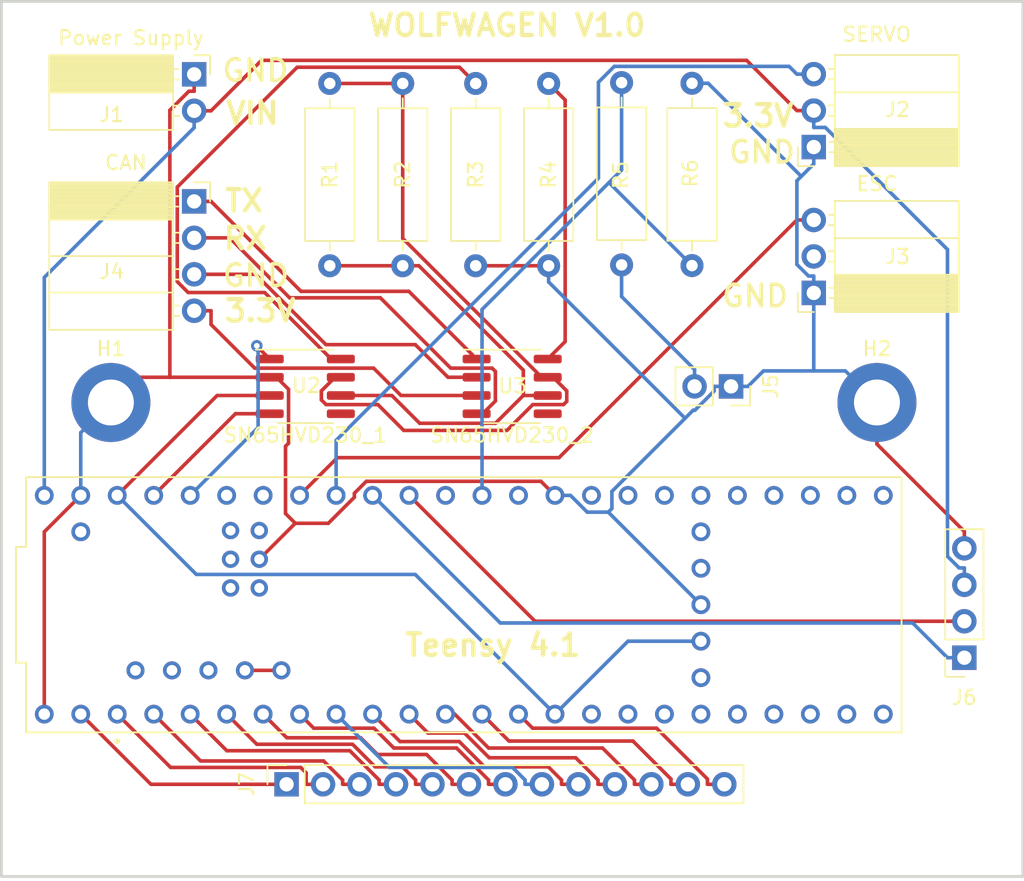
<source format=kicad_pcb>
(kicad_pcb (version 20221018) (generator pcbnew)
  (layers (0 "F.Cu" signal) (31 "B.Cu" signal) (34 "B.Paste" user) (35 "F.Paste" user) (36 "B.SilkS" user "B.Silkscreen") (37 "F.SilkS" user "F.Silkscreen") (38 "B.Mask" user) (39 "F.Mask" user) (44 "Edge.Cuts" user))
  (net 0 "")
  (net 1 "Net-(J1-Pin_2)")
  (net 2 "Net-(J5-Pin_2)")
  (net 4 "Net-(J1-Pin_1)")
  (net 16 "Net-(U1-USB_GND-PadUSB_GND1)")
  (net 17 "Net-(J6-Pin_1)")
  (net 18 "Net-(J6-Pin_2)")
  (net 19 "Net-(J7-Pin_1)")
  (net 20 "Net-(J7-Pin_2)")
  (net 21 "Net-(J7-Pin_3)")
  (net 22 "Net-(J7-Pin_4)")
  (net 23 "Net-(J7-Pin_5)")
  (net 24 "Net-(J7-Pin_6)")
  (net 25 "Net-(J7-Pin_7)")
  (net 26 "Net-(J7-Pin_8)")
  (net 27 "Net-(J7-Pin_9)")
  (net 28 "Net-(J7-Pin_10)")
  (net 30 "Net-(J7-Pin_11)")
  (net 32 "Net-(J7-Pin_12)")
  (net 33 "Net-(J7-Pin_13)")
  (net 34 "Net-(J2-Pin_3)")
  (net 37 "Net-(J4-Pin_4)")
  (net 38 "Net-(J4-Pin_3)")
  (net 57 "Net-(U1-A0)")
  (net 59 "Net-(J3-Pin_3)")
  (net 60 "Net-(J4-Pin_1)")
  (net 61 "Net-(J4-Pin_2)")
  (net 62 "Net-(U2-CANH)")
  (net 63 "Net-(U2-CANL)")
  (net 64 "Net-(U2-Rs)")
  (net 65 "Net-(U3-Rs)")
  (net 66 "Net-(U1-A8)")
  (net 67 "Net-(U1-A9)")
  (net 70 "Net-(U2-VCC)")
  (footprint "Connector_PinSocket_2.54mm:PinSocket_1x13_P2.54mm_Vertical" (layer "F.Cu") (at 139.2319 115.4986 90)
    (fp_text reference "J7" (at 0 -2.77 90) (layer "F.SilkS"))
    (fp_text value "Spare Connection")
    (pad "1" thru_hole rect (at 0 0 90) (size 1.7 1.7) (drill 1) (layers "*.Cu" "*.Mask") (net 19 "Net-(J7-Pin_1)"))
    (pad "2" thru_hole oval (at 0 2.54 90) (size 1.7 1.7) (drill 1) (layers "*.Cu" "*.Mask") (net 20 "Net-(J7-Pin_2)"))
    (pad "3" thru_hole oval (at 0 5.08 90) (size 1.7 1.7) (drill 1) (layers "*.Cu" "*.Mask") (net 21 "Net-(J7-Pin_3)"))
    (pad "4" thru_hole oval (at 0 7.62 90) (size 1.7 1.7) (drill 1) (layers "*.Cu" "*.Mask") (net 22 "Net-(J7-Pin_4)"))
    (pad "5" thru_hole oval (at 0 10.16 90) (size 1.7 1.7) (drill 1) (layers "*.Cu" "*.Mask") (net 23 "Net-(J7-Pin_5)"))
    (pad "6" thru_hole oval (at 0 12.7 90) (size 1.7 1.7) (drill 1) (layers "*.Cu" "*.Mask") (net 24 "Net-(J7-Pin_6)"))
    (pad "7" thru_hole oval (at 0 15.24 90) (size 1.7 1.7) (drill 1) (layers "*.Cu" "*.Mask") (net 25 "Net-(J7-Pin_7)"))
    (pad "8" thru_hole oval (at 0 17.78 90) (size 1.7 1.7) (drill 1) (layers "*.Cu" "*.Mask") (net 26 "Net-(J7-Pin_8)"))
    (pad "9" thru_hole oval (at 0 20.32 90) (size 1.7 1.7) (drill 1) (layers "*.Cu" "*.Mask") (net 27 "Net-(J7-Pin_9)"))
    (pad "10" thru_hole oval (at 0 22.86 90) (size 1.7 1.7) (drill 1) (layers "*.Cu" "*.Mask") (net 28 "Net-(J7-Pin_10)"))
    (pad "11" thru_hole oval (at 0 25.4 90) (size 1.7 1.7) (drill 1) (layers "*.Cu" "*.Mask") (net 30 "Net-(J7-Pin_11)"))
    (pad "12" thru_hole oval (at 0 27.94 90) (size 1.7 1.7) (drill 1) (layers "*.Cu" "*.Mask") (net 32 "Net-(J7-Pin_12)"))
    (pad "13" thru_hole oval (at 0 30.48 90) (size 1.7 1.7) (drill 1) (layers "*.Cu" "*.Mask") (net 33 "Net-(J7-Pin_13)"))
  )
  (footprint "Connector_PinSocket_2.54mm:PinSocket_1x03_P2.54mm_Horizontal" (layer "F.Cu") (at 175.94 71.105 180)
    (fp_text reference "J2" (at -5.830132 2.61039) (layer "F.SilkS"))
    (fp_text value "SERVO" (at -4.38 7.85) (layer "F.SilkS"))
    (pad "1" thru_hole rect (at 0 0 180) (size 1.7 1.7) (drill 1) (layers "*.Cu" "*.Mask") (net 4 "Net-(J1-Pin_1)"))
    (pad "2" thru_hole oval (at 0 2.54 180) (size 1.7 1.7) (drill 1) (layers "*.Cu" "*.Mask") (net 1 "Net-(J1-Pin_2)"))
    (pad "3" thru_hole oval (at 0 5.08 180) (size 1.7 1.7) (drill 1) (layers "*.Cu" "*.Mask") (net 34 "Net-(J2-Pin_3)"))
  )
  (footprint "Resistor_THT:R_Axial_DIN0309_L9.0mm_D3.2mm_P12.70mm_Horizontal" (layer "F.Cu") (at 157.48 66.675 -90)
    (fp_text reference "R4" (at 6.35 0 90) (layer "F.SilkS"))
    (fp_text value "R10K")
    (pad "1" thru_hole circle (at 0 0 270) (size 1.6 1.6) (drill 0.8) (layers "*.Cu" "*.Mask") (net 65 "Net-(U3-Rs)"))
    (pad "2" thru_hole oval (at 12.7 0 270) (size 1.6 1.6) (drill 0.8) (layers "*.Cu" "*.Mask") (net 4 "Net-(J1-Pin_1)"))
  )
  (footprint "Package_SO:SOIC-8_3.9x4.9mm_P1.27mm" (layer "F.Cu") (at 140.5367 87.7777)
    (fp_text reference "U2" (at 0.064002 -0.058696) (layer "F.SilkS"))
    (fp_text value "SN65HVD230_1" (at 0 3.4) (layer "F.SilkS"))
    (pad "1" smd roundrect (at -2.475 -1.905) (size 1.95 0.6) (layers "F.Cu" "F.Paste" "F.Mask") (net 66 "Net-(U1-A8)"))
    (pad "2" smd roundrect (at -2.475 -0.635) (size 1.95 0.6) (layers "F.Cu" "F.Paste" "F.Mask") (net 4 "Net-(J1-Pin_1)"))
    (pad "3" smd roundrect (at -2.475 0.635) (size 1.95 0.6) (layers "F.Cu" "F.Paste" "F.Mask") (net 70 "Net-(U2-VCC)"))
    (pad "4" smd roundrect (at -2.475 1.905) (size 1.95 0.6) (layers "F.Cu" "F.Paste" "F.Mask") (net 67 "Net-(U1-A9)"))
    (pad "5" smd roundrect (at 2.475 1.905) (size 1.95 0.6) (layers "F.Cu" "F.Paste" "F.Mask"))
    (pad "6" smd roundrect (at 2.475 0.635) (size 1.95 0.6) (layers "F.Cu" "F.Paste" "F.Mask") (net 63 "Net-(U2-CANL)"))
    (pad "7" smd roundrect (at 2.475 -0.635) (size 1.95 0.6) (layers "F.Cu" "F.Paste" "F.Mask") (net 62 "Net-(U2-CANH)"))
    (pad "8" smd roundrect (at 2.475 -1.905) (size 1.95 0.6) (layers "F.Cu" "F.Paste" "F.Mask") (net 64 "Net-(U2-Rs)"))
  )
  (footprint "Resistor_THT:R_Axial_DIN0309_L9.0mm_D3.2mm_P12.70mm_Horizontal" (layer "F.Cu") (at 167.4615 79.3625 90)
    (fp_text reference "R6" (at 6.435423 -0.116011 90) (layer "F.SilkS"))
    (fp_text value "R7.5K")
    (pad "1" thru_hole circle (at 0 0 90) (size 1.6 1.6) (drill 0.8) (layers "*.Cu" "*.Mask") (net 57 "Net-(U1-A0)"))
    (pad "2" thru_hole oval (at 12.7 0 90) (size 1.6 1.6) (drill 0.8) (layers "*.Cu" "*.Mask") (net 4 "Net-(J1-Pin_1)"))
  )
  (footprint "Resistor_THT:R_Axial_DIN0309_L9.0mm_D3.2mm_P12.70mm_Horizontal" (layer "F.Cu") (at 147.32 66.675 -90)
    (fp_text reference "R2" (at 6.35 0 90) (layer "F.SilkS"))
    (fp_text value "R120")
    (pad "1" thru_hole circle (at 0 0 270) (size 1.6 1.6) (drill 0.8) (layers "*.Cu" "*.Mask") (net 62 "Net-(U2-CANH)"))
    (pad "2" thru_hole oval (at 12.7 0 270) (size 1.6 1.6) (drill 0.8) (layers "*.Cu" "*.Mask") (net 63 "Net-(U2-CANL)"))
  )
  (footprint "Teensy 4.1:MODULE_DEV-16771" (layer "F.Cu") (at 151.573 102.9906)
    (fp_text reference "U1" hide)
    (fp_text value "DEV-16771" hide)
    (pad "0" thru_hole circle (at -26.67 7.62) (size 1.308 1.308) (drill 0.8) (layers "*.Cu" "*.Mask") (net 19 "Net-(J7-Pin_1)"))
    (pad "1" thru_hole circle (at -24.13 7.62) (size 1.308 1.308) (drill 0.8) (layers "*.Cu" "*.Mask") (net 20 "Net-(J7-Pin_2)"))
    (pad "2" thru_hole circle (at -21.59 7.62) (size 1.308 1.308) (drill 0.8) (layers "*.Cu" "*.Mask") (net 21 "Net-(J7-Pin_3)"))
    (pad "3" thru_hole circle (at -19.05 7.62) (size 1.308 1.308) (drill 0.8) (layers "*.Cu" "*.Mask") (net 22 "Net-(J7-Pin_4)"))
    (pad "3.3V_1" thru_hole circle (at 6.35 7.62) (size 1.308 1.308) (drill 0.8) (layers "*.Cu" "*.Mask") (net 70 "Net-(U2-VCC)"))
    (pad "3.3V_2" thru_hole circle (at -24.13 -7.62) (size 1.308 1.308) (drill 0.8) (layers "*.Cu" "*.Mask") (net 70 "Net-(U2-VCC)"))
    (pad "3.3V_3" thru_hole circle (at 16.51 2.54) (size 1.308 1.308) (drill 0.8) (layers "*.Cu" "*.Mask") (net 70 "Net-(U2-VCC)"))
    (pad "4" thru_hole circle (at -16.51 7.62) (size 1.308 1.308) (drill 0.8) (layers "*.Cu" "*.Mask") (net 23 "Net-(J7-Pin_5)"))
    (pad "5" thru_hole circle (at -13.97 7.62) (size 1.308 1.308) (drill 0.8) (layers "*.Cu" "*.Mask") (net 24 "Net-(J7-Pin_6)"))
    (pad "5V" thru_hole circle (at -22.86 4.57) (size 1.258 1.258) (drill 0.75) (layers "*.Cu" "*.Mask"))
    (pad "6" thru_hole circle (at -11.43 7.62) (size 1.308 1.308) (drill 0.8) (layers "*.Cu" "*.Mask") (net 25 "Net-(J7-Pin_7)"))
    (pad "7" thru_hole circle (at -8.89 7.62) (size 1.308 1.308) (drill 0.8) (layers "*.Cu" "*.Mask") (net 26 "Net-(J7-Pin_8)"))
    (pad "8" thru_hole circle (at -6.35 7.62) (size 1.308 1.308) (drill 0.8) (layers "*.Cu" "*.Mask") (net 27 "Net-(J7-Pin_9)"))
    (pad "9" thru_hole circle (at -3.81 7.62) (size 1.308 1.308) (drill 0.8) (layers "*.Cu" "*.Mask") (net 28 "Net-(J7-Pin_10)"))
    (pad "10" thru_hole circle (at -1.27 7.62) (size 1.308 1.308) (drill 0.8) (layers "*.Cu" "*.Mask") (net 30 "Net-(J7-Pin_11)"))
    (pad "11" thru_hole circle (at 1.27 7.62) (size 1.308 1.308) (drill 0.8) (layers "*.Cu" "*.Mask") (net 32 "Net-(J7-Pin_12)"))
    (pad "12" thru_hole circle (at 3.81 7.62) (size 1.308 1.308) (drill 0.8) (layers "*.Cu" "*.Mask") (net 33 "Net-(J7-Pin_13)"))
    (pad "13" thru_hole circle (at 3.81 -7.62) (size 1.308 1.308) (drill 0.8) (layers "*.Cu" "*.Mask"))
    (pad "14" thru_hole circle (at 1.27 -7.62) (size 1.308 1.308) (drill 0.8) (layers "*.Cu" "*.Mask") (net 57 "Net-(U1-A0)"))
    (pad "15" thru_hole circle (at -1.27 -7.62) (size 1.308 1.308) (drill 0.8) (layers "*.Cu" "*.Mask"))
    (pad "16" thru_hole circle (at -3.81 -7.62) (size 1.308 1.308) (drill 0.8) (layers "*.Cu" "*.Mask") (net 18 "Net-(J6-Pin_2)"))
    (pad "17" thru_hole circle (at -6.35 -7.62) (size 1.308 1.308) (drill 0.8) (layers "*.Cu" "*.Mask") (net 17 "Net-(J6-Pin_1)"))
    (pad "18" thru_hole circle (at -8.89 -7.62) (size 1.308 1.308) (drill 0.8) (layers "*.Cu" "*.Mask") (net 34 "Net-(J2-Pin_3)"))
    (pad "19" thru_hole circle (at -11.43 -7.62) (size 1.308 1.308) (drill 0.8) (layers "*.Cu" "*.Mask") (net 59 "Net-(J3-Pin_3)"))
    (pad "20" thru_hole circle (at -13.97 -7.62) (size 1.308 1.308) (drill 0.8) (layers "*.Cu" "*.Mask"))
    (pad "21" thru_hole circle (at -16.51 -7.62) (size 1.308 1.308) (drill 0.8) (layers "*.Cu" "*.Mask"))
    (pad "22" thru_hole circle (at -19.05 -7.62) (size 1.308 1.308) (drill 0.8) (layers "*.Cu" "*.Mask") (net 66 "Net-(U1-A8)"))
    (pad "23" thru_hole circle (at -21.59 -7.62) (size 1.308 1.308) (drill 0.8) (layers "*.Cu" "*.Mask") (net 67 "Net-(U1-A9)"))
    (pad "24" thru_hole circle (at 8.89 7.62) (size 1.308 1.308) (drill 0.8) (layers "*.Cu" "*.Mask"))
    (pad "25" thru_hole circle (at 11.43 7.62) (size 1.308 1.308) (drill 0.8) (layers "*.Cu" "*.Mask"))
    (pad "26" thru_hole circle (at 13.97 7.62) (size 1.308 1.308) (drill 0.8) (layers "*.Cu" "*.Mask"))
    (pad "27" thru_hole circle (at 16.51 7.62) (size 1.308 1.308) (drill 0.8) (layers "*.Cu" "*.Mask"))
    (pad "28" thru_hole circle (at 19.05 7.62) (size 1.308 1.308) (drill 0.8) (layers "*.Cu" "*.Mask"))
    (pad "29" thru_hole circle (at 21.59 7.62) (size 1.308 1.308) (drill 0.8) (layers "*.Cu" "*.Mask"))
    (pad "30" thru_hole circle (at 24.13 7.62) (size 1.308 1.308) (drill 0.8) (layers "*.Cu" "*.Mask"))
    (pad "31" thru_hole circle (at 26.67 7.62) (size 1.308 1.308) (drill 0.8) (layers "*.Cu" "*.Mask"))
    (pad "32" thru_hole circle (at 29.21 7.62) (size 1.308 1.308) (drill 0.8) (layers "*.Cu" "*.Mask"))
    (pad "33" thru_hole circle (at 29.21 -7.62) (size 1.308 1.308) (drill 0.8) (layers "*.Cu" "*.Mask"))
    (pad "34" thru_hole circle (at 26.67 -7.62) (size 1.308 1.308) (drill 0.8) (layers "*.Cu" "*.Mask"))
    (pad "35" thru_hole circle (at 24.13 -7.62) (size 1.308 1.308) (drill 0.8) (layers "*.Cu" "*.Mask"))
    (pad "36" thru_hole circle (at 21.59 -7.62) (size 1.308 1.308) (drill 0.8) (layers "*.Cu" "*.Mask"))
    (pad "37" thru_hole circle (at 19.05 -7.62) (size 1.308 1.308) (drill 0.8) (layers "*.Cu" "*.Mask"))
    (pad "38" thru_hole circle (at 16.51 -7.62) (size 1.308 1.308) (drill 0.8) (layers "*.Cu" "*.Mask"))
    (pad "39" thru_hole circle (at 13.97 -7.62) (size 1.308 1.308) (drill 0.8) (layers "*.Cu" "*.Mask"))
    (pad "40" thru_hole circle (at 11.43 -7.62) (size 1.308 1.308) (drill 0.8) (layers "*.Cu" "*.Mask"))
    (pad "41" thru_hole circle (at 8.89 -7.62) (size 1.308 1.308) (drill 0.8) (layers "*.Cu" "*.Mask"))
    (pad "D+" thru_hole circle (at -17.78 4.57) (size 1.258 1.258) (drill 0.75) (layers "*.Cu" "*.Mask"))
    (pad "D-" thru_hole circle (at -20.32 4.57) (size 1.258 1.258) (drill 0.75) (layers "*.Cu" "*.Mask"))
    (pad "GND1" thru_hole circle (at -29.21 7.62) (size 1.308 1.308) (drill 0.8) (layers "*.Cu" "*.Mask") (net 4 "Net-(J1-Pin_1)"))
    (pad "GND2" thru_hole circle (at 6.35 -7.62) (size 1.308 1.308) (drill 0.8) (layers "*.Cu" "*.Mask") (net 4 "Net-(J1-Pin_1)"))
    (pad "GND3" thru_hole circle (at -26.67 -7.62) (size 1.308 1.308) (drill 0.8) (layers "*.Cu" "*.Mask") (net 4 "Net-(J1-Pin_1)"))
    (pad "GND4" thru_hole circle (at 16.51 0) (size 1.308 1.308) (drill 0.8) (layers "*.Cu" "*.Mask") (net 4 "Net-(J1-Pin_1)"))
    (pad "GND5" thru_hole circle (at -14.24 -3.17) (size 1.208 1.208) (drill 0.7) (layers "*.Cu" "*.Mask") (net 4 "Net-(J1-Pin_1)"))
    (pad "LED" thru_hole circle (at -16.24 -3.17) (size 1.208 1.208) (drill 0.7) (layers "*.Cu" "*.Mask"))
    (pad "ON/OFF" thru_hole circle (at 16.51 -5.08) (size 1.308 1.308) (drill 0.8) (layers "*.Cu" "*.Mask"))
    (pad "PROGRAM" thru_hole circle (at 16.51 -2.54) (size 1.308 1.308) (drill 0.8) (layers "*.Cu" "*.Mask"))
    (pad "R+" thru_hole circle (at -16.24 -5.17) (size 1.208 1.208) (drill 0.7) (layers "*.Cu" "*.Mask"))
    (pad "R-" thru_hole circle (at -14.24 -5.17) (size 1.208 1.208) (drill 0.7) (layers "*.Cu" "*.Mask"))
    (pad "T+" thru_hole circle (at -14.24 -1.17) (size 1.208 1.208) (drill 0.7) (layers "*.Cu" "*.Mask"))
    (pad "T-" thru_hole circle (at -16.24 -1.17) (size 1.208 1.208) (drill 0.7) (layers "*.Cu" "*.Mask"))
    (pad "USB_GND1" thru_hole circle (at -15.24 4.57) (size 1.258 1.258) (drill 0.75) (layers "*.Cu" "*.Mask") (net 16 "Net-(U1-USB_GND-PadUSB_GND1)"))
    (pad "USB_GND2" thru_hole circle (at -12.7 4.57) (size 1.258 1.258) (drill 0.75) (layers "*.Cu" "*.Mask") (net 16 "Net-(U1-USB_GND-PadUSB_GND1)"))
    (pad "VBAT" thru_hole circle (at 16.51 5.08) (size 1.308 1.308) (drill 0.8) (layers "*.Cu" "*.Mask"))
    (pad "VIN" thru_hole circle (at -29.21 -7.62) (size 1.308 1.308) (drill 0.8) (layers "*.Cu" "*.Mask") (net 1 "Net-(J1-Pin_2)"))
    (pad "VUSB" thru_hole circle (at -26.67 -5.08) (size 1.308 1.308) (drill 0.8) (layers "*.Cu" "*.Mask"))
  )
  (footprint "Connector_PinSocket_2.54mm:PinSocket_1x02_P2.54mm_Vertical" (layer "F.Cu") (at 170.18 87.7777 -90)
    (fp_text reference "J5" (at 0 -2.77 90) (layer "F.SilkS"))
    (fp_text value "V Sensor")
    (pad "1" thru_hole rect (at 0 0 270) (size 1.7 1.7) (drill 1) (layers "*.Cu" "*.Mask") (net 4 "Net-(J1-Pin_1)"))
    (pad "2" thru_hole oval (at 0 2.54 270) (size 1.7 1.7) (drill 1) (layers "*.Cu" "*.Mask") (net 2 "Net-(J5-Pin_2)"))
  )
  (footprint "Connector_PinSocket_2.54mm:PinSocket_1x02_P2.54mm_Horizontal" (layer "F.Cu") (at 132.7981 66.04)
    (fp_text reference "J1" (at -5.73946 2.801418) (layer "F.SilkS"))
    (fp_text value "Power Supply" (at -4.4 -2.54) (layer "F.SilkS"))
    (pad "1" thru_hole rect (at 0 0) (size 1.7 1.7) (drill 1) (layers "*.Cu" "*.Mask") (net 4 "Net-(J1-Pin_1)"))
    (pad "2" thru_hole oval (at 0 2.54) (size 1.7 1.7) (drill 1) (layers "*.Cu" "*.Mask") (net 1 "Net-(J1-Pin_2)"))
  )
  (footprint "Resistor_THT:R_Axial_DIN0309_L9.0mm_D3.2mm_P12.70mm_Horizontal" (layer "F.Cu") (at 142.24 66.675 -90)
    (fp_text reference "R1" (at 6.35 0 90) (layer "F.SilkS"))
    (fp_text value "R120")
    (pad "1" thru_hole circle (at 0 0 270) (size 1.6 1.6) (drill 0.8) (layers "*.Cu" "*.Mask") (net 62 "Net-(U2-CANH)"))
    (pad "2" thru_hole oval (at 12.7 0 270) (size 1.6 1.6) (drill 0.8) (layers "*.Cu" "*.Mask") (net 63 "Net-(U2-CANL)"))
  )
  (footprint "Resistor_THT:R_Axial_DIN0309_L9.0mm_D3.2mm_P12.70mm_Horizontal" (layer "F.Cu") (at 162.56 79.3169 90)
    (fp_text reference "R5" (at 6.261407 -0.058006 90) (layer "F.SilkS"))
    (fp_text value "R30K")
    (pad "1" thru_hole circle (at 0 0 90) (size 1.6 1.6) (drill 0.8) (layers "*.Cu" "*.Mask") (net 2 "Net-(J5-Pin_2)"))
    (pad "2" thru_hole oval (at 12.7 0 90) (size 1.6 1.6) (drill 0.8) (layers "*.Cu" "*.Mask") (net 57 "Net-(U1-A0)"))
  )
  (footprint "Connector_PinSocket_2.54mm:PinSocket_1x04_P2.54mm_Vertical" (layer "F.Cu") (at 186.4246 106.68 180)
    (fp_text reference "J6" (at 0 -2.77) (layer "F.SilkS"))
    (fp_text value "OLED")
    (pad "1" thru_hole rect (at 0 0 180) (size 1.7 1.7) (drill 1) (layers "*.Cu" "*.Mask") (net 17 "Net-(J6-Pin_1)"))
    (pad "2" thru_hole oval (at 0 2.54 180) (size 1.7 1.7) (drill 1) (layers "*.Cu" "*.Mask") (net 18 "Net-(J6-Pin_2)"))
    (pad "3" thru_hole oval (at 0 5.08 180) (size 1.7 1.7) (drill 1) (layers "*.Cu" "*.Mask") (net 1 "Net-(J1-Pin_2)"))
    (pad "4" thru_hole oval (at 0 7.62 180) (size 1.7 1.7) (drill 1) (layers "*.Cu" "*.Mask") (net 4 "Net-(J1-Pin_1)"))
  )
  (footprint "Package_SO:SOIC-8_3.9x4.9mm_P1.27mm" (layer "F.Cu") (at 154.94 87.7777)
    (fp_text reference "U3" (at 0.032048 -0.026679) (layer "F.SilkS"))
    (fp_text value "SN65HVD230_2" (at 0 3.4) (layer "F.SilkS"))
    (pad "1" smd roundrect (at -2.475 -1.905) (size 1.95 0.6) (layers "F.Cu" "F.Paste" "F.Mask") (net 60 "Net-(J4-Pin_1)"))
    (pad "2" smd roundrect (at -2.475 -0.635) (size 1.95 0.6) (layers "F.Cu" "F.Paste" "F.Mask") (net 38 "Net-(J4-Pin_3)"))
    (pad "3" smd roundrect (at -2.475 0.635) (size 1.95 0.6) (layers "F.Cu" "F.Paste" "F.Mask") (net 37 "Net-(J4-Pin_4)"))
    (pad "4" smd roundrect (at -2.475 1.905) (size 1.95 0.6) (layers "F.Cu" "F.Paste" "F.Mask") (net 61 "Net-(J4-Pin_2)"))
    (pad "5" smd roundrect (at 2.475 1.905) (size 1.95 0.6) (layers "F.Cu" "F.Paste" "F.Mask"))
    (pad "6" smd roundrect (at 2.475 0.635) (size 1.95 0.6) (layers "F.Cu" "F.Paste" "F.Mask") (net 63 "Net-(U2-CANL)"))
    (pad "7" smd roundrect (at 2.475 -0.635) (size 1.95 0.6) (layers "F.Cu" "F.Paste" "F.Mask") (net 62 "Net-(U2-CANH)"))
    (pad "8" smd roundrect (at 2.475 -1.905) (size 1.95 0.6) (layers "F.Cu" "F.Paste" "F.Mask") (net 65 "Net-(U3-Rs)"))
  )
  (footprint "MountingHole:MountingHole_3.2mm_M3_ISO14580_Pad" (layer "F.Cu") (at 180.34 88.9)
    (fp_text reference "H2" (at 0 -3.75) (layer "F.SilkS"))
    (fp_text value "MountingHole_Pad")
    (pad "1" thru_hole circle (at 0 0) (size 5.5 5.5) (drill 3.2) (layers "*.Cu" "*.Mask") (net 4 "Net-(J1-Pin_1)"))
  )
  (footprint "Connector_PinSocket_2.54mm:PinSocket_1x03_P2.54mm_Horizontal" (layer "F.Cu") (at 175.94 81.265 180)
    (fp_text reference "J3" (at -5.830132 2.524969) (layer "F.SilkS"))
    (fp_text value "ESC" (at -4.4 7.605) (layer "F.SilkS"))
    (pad "1" thru_hole rect (at 0 0 180) (size 1.7 1.7) (drill 1) (layers "*.Cu" "*.Mask") (net 4 "Net-(J1-Pin_1)"))
    (pad "2" thru_hole oval (at 0 2.54 180) (size 1.7 1.7) (drill 1) (layers "*.Cu" "*.Mask"))
    (pad "3" thru_hole oval (at 0 5.08 180) (size 1.7 1.7) (drill 1) (layers "*.Cu" "*.Mask") (net 59 "Net-(J3-Pin_3)"))
  )
  (footprint "Resistor_THT:R_Axial_DIN0309_L9.0mm_D3.2mm_P12.70mm_Horizontal" (layer "F.Cu") (at 152.4 66.675 -90)
    (fp_text reference "R3" (at 6.35 0 90) (layer "F.SilkS"))
    (fp_text value "R10K")
    (pad "1" thru_hole circle (at 0 0 270) (size 1.6 1.6) (drill 0.8) (layers "*.Cu" "*.Mask") (net 64 "Net-(U2-Rs)"))
    (pad "2" thru_hole oval (at 12.7 0 270) (size 1.6 1.6) (drill 0.8) (layers "*.Cu" "*.Mask") (net 4 "Net-(J1-Pin_1)"))
  )
  (footprint "MountingHole:MountingHole_3.2mm_M3_ISO14580_Pad" (layer "F.Cu") (at 127 88.9)
    (fp_text reference "H1" (at 0 -3.75) (layer "F.SilkS"))
    (fp_text value "MountingHole_Pad")
    (pad "1" thru_hole circle (at 0 0) (size 5.5 5.5) (drill 3.2) (layers "*.Cu" "*.Mask") (net 4 "Net-(J1-Pin_1)"))
  )
  (footprint "Connector_PinSocket_2.54mm:PinSocket_1x04_P2.54mm_Horizontal" (layer "F.Cu") (at 132.7981 74.89)
    (fp_text reference "J4" (at -5.73405 4.885203) (layer "F.SilkS"))
    (fp_text value "CAN" (at -4.752345 -2.702811) (layer "F.SilkS"))
    (pad "1" thru_hole rect (at 0 0) (size 1.7 1.7) (drill 1) (layers "*.Cu" "*.Mask") (net 60 "Net-(J4-Pin_1)"))
    (pad "2" thru_hole oval (at 0 2.54) (size 1.7 1.7) (drill 1) (layers "*.Cu" "*.Mask") (net 61 "Net-(J4-Pin_2)"))
    (pad "3" thru_hole oval (at 0 5.08) (size 1.7 1.7) (drill 1) (layers "*.Cu" "*.Mask") (net 38 "Net-(J4-Pin_3)"))
    (pad "4" thru_hole oval (at 0 7.62) (size 1.7 1.7) (drill 1) (layers "*.Cu" "*.Mask") (net 37 "Net-(J4-Pin_4)"))
  )
  (gr_rect (start 119.38 60.96) (end 190.5 121.92) (stroke (width 0.2)) (fill none) (layer "Edge.Cuts"))
  (gr_text "TX" (at 134.780063 75.730418) (layer "F.SilkS") (effects (font (size 1.5 1.5) (thickness 0.3) bold) (justify left bottom)))
  (gr_text "WOLFWAGEN V1.0" (at 144.78 63.5) (layer "F.SilkS") (effects (font (size 1.5 1.5) (thickness 0.3) bold) (justify left bottom)))
  (gr_text "Teensy 4.1" (at 147.32 106.68) (layer "F.SilkS") (effects (font (size 1.5 1.5) (thickness 0.3) bold) (justify left bottom)))
  (gr_text "3.3V" (at 169.431825 69.807177) (layer "F.SilkS") (effects (font (size 1.5 1.5) (thickness 0.3) bold) (justify left bottom)))
  (gr_text "GND" (at 134.62 66.648258) (layer "F.SilkS") (effects (font (size 1.5 1.5) (thickness 0.25) bold) (justify left bottom)))
  (gr_text "3.3V" (at 134.758719 83.393139) (layer "F.SilkS") (effects (font (size 1.5 1.5) (thickness 0.3) bold) (justify left bottom)))
  (gr_text "GND" (at 134.651995 80.938507) (layer "F.SilkS") (effects (font (size 1.5 1.5) (thickness 0.25) bold) (justify left bottom)))
  (gr_text "GND" (at 169.880062 72.336516) (layer "F.SilkS") (effects (font (size 1.5 1.5) (thickness 0.25) bold) (justify left bottom)))
  (gr_text "RX" (at 134.694685 78.355807) (layer "F.SilkS") (effects (font (size 1.5 1.5) (thickness 0.3) bold) (justify left bottom)))
  (gr_text "VIN" (at 134.876135 69.625833) (layer "F.SilkS") (effects (font (size 1.5 1.5) (thickness 0.3) bold) (justify left bottom)))
  (gr_text "GND" (at 169.411593 82.357945) (layer "F.SilkS") (effects (font (size 1.5 1.5) (thickness 0.25) bold) (justify left bottom)))
  (segment (start 175.94 68.565) (end 174.7647 68.565) (width 0.25) (layer "F.Cu") (net 1))
  (segment (start 133.9734 68.58) (end 137.4889 65.0645) (width 0.25) (layer "F.Cu") (net 1))
  (segment (start 137.4889 65.0645) (end 171.2642 65.0645) (width 0.25) (layer "F.Cu") (net 1))
  (segment (start 132.7981 68.58) (end 133.9734 68.58) (width 0.25) (layer "F.Cu") (net 1))
  (segment (start 171.2642 65.0645) (end 174.7647 68.565) (width 0.25) (layer "F.Cu") (net 1))
  (segment (start 186.0572 100.4247) (end 186.4246 100.4247) (width 0.25) (layer "B.Cu") (net 1))
  (segment (start 185.2493 78.2416) (end 185.2493 99.6168) (width 0.25) (layer "B.Cu") (net 1))
  (segment (start 122.363 80.1904) (end 122.363 95.3706) (width 0.25) (layer "B.Cu") (net 1))
  (segment (start 175.94 69.7403) (end 176.748 69.7403) (width 0.25) (layer "B.Cu") (net 1))
  (segment (start 132.7981 68.58) (end 132.7981 69.7553) (width 0.25) (layer "B.Cu") (net 1))
  (segment (start 175.94 68.565) (end 175.94 69.7403) (width 0.25) (layer "B.Cu") (net 1))
  (segment (start 185.2493 99.6168) (end 186.0572 100.4247) (width 0.25) (layer "B.Cu") (net 1))
  (segment (start 132.7981 69.7553) (end 122.363 80.1904) (width 0.25) (layer "B.Cu") (net 1))
  (segment (start 176.748 69.7403) (end 185.2493 78.2416) (width 0.25) (layer "B.Cu") (net 1))
  (segment (start 186.4246 101.6) (end 186.4246 100.4247) (width 0.25) (layer "B.Cu") (net 1))
  (segment (start 162.56 81.5224) (end 162.56 79.3169) (width 0.25) (layer "B.Cu") (net 2))
  (segment (start 167.64 86.6024) (end 162.56 81.5224) (width 0.25) (layer "B.Cu") (net 2))
  (segment (start 167.64 87.7777) (end 167.64 86.6024) (width 0.25) (layer "B.Cu") (net 2))
  (segment (start 143.953 95.505) (end 143.953 95.2265) (width 0.25) (layer "F.Cu") (net 4))
  (segment (start 124.903 95.3706) (end 122.363 97.9106) (width 0.25) (layer "F.Cu") (net 4))
  (segment (start 180.34 91.8001) (end 186.4246 97.8847) (width 0.25) (layer "F.Cu") (net 4))
  (segment (start 139.3699 91.7417) (end 139.3699 87.9806) (width 0.25) (layer "F.Cu") (net 4))
  (segment (start 128.7573 87.1427) (end 131.1071 87.1427) (width 0.25) (layer "F.Cu") (net 4))
  (segment (start 132.4308 67.2153) (end 132.7981 67.2153) (width 0.25) (layer "F.Cu") (net 4))
  (segment (start 132.7981 66.04) (end 132.7981 67.2153) (width 0.25) (layer "F.Cu") (net 4))
  (segment (start 139.16 91.9516) (end 139.3699 91.7417) (width 0.25) (layer "F.Cu") (net 4))
  (segment (start 139.8384 97.3152) (end 139.16 96.6368) (width 0.25) (layer "F.Cu") (net 4))
  (segment (start 139.3699 87.9806) (end 138.532 87.1427) (width 0.25) (layer "F.Cu") (net 4))
  (segment (start 186.4246 99.06) (end 186.4246 97.8847) (width 0.25) (layer "F.Cu") (net 4))
  (segment (start 131.1071 87.1427) (end 138.0617 87.1427) (width 0.25) (layer "F.Cu") (net 4))
  (segment (start 142.1428 97.3152) (end 143.953 95.505) (width 0.25) (layer "F.Cu") (net 4))
  (segment (start 152.4 79.375) (end 157.48 79.375) (width 0.25) (layer "F.Cu") (net 4))
  (segment (start 127 88.9) (end 128.7573 87.1427) (width 0.25) (layer "F.Cu") (net 4))
  (segment (start 139.16 96.6368) (end 139.16 91.9516) (width 0.25) (layer "F.Cu") (net 4))
  (segment (start 137.333 99.8206) (end 139.8384 97.3152) (width 0.25) (layer "F.Cu") (net 4))
  (segment (start 143.953 95.2265) (end 144.7882 94.3913) (width 0.25) (layer "F.Cu") (net 4))
  (segment (start 144.7882 94.3913) (end 156.9437 94.3913) (width 0.25) (layer "F.Cu") (net 4))
  (segment (start 138.532 87.1427) (end 138.0617 87.1427) (width 0.25) (layer "F.Cu") (net 4))
  (segment (start 122.363 97.9106) (end 122.363 110.6106) (width 0.25) (layer "F.Cu") (net 4))
  (segment (start 131.1071 87.1427) (end 131.1071 68.539) (width 0.25) (layer "F.Cu") (net 4))
  (segment (start 156.9437 94.3913) (end 157.923 95.3706) (width 0.25) (layer "F.Cu") (net 4))
  (segment (start 180.34 88.9) (end 180.34 91.8001) (width 0.25) (layer "F.Cu") (net 4))
  (segment (start 131.1071 68.539) (end 132.4308 67.2153) (width 0.25) (layer "F.Cu") (net 4))
  (segment (start 139.8384 97.3152) (end 142.1428 97.3152) (width 0.25) (layer "F.Cu") (net 4))
  (segment (start 170.7677 87.7777) (end 171.3553 87.7777) (width 0.25) (layer "B.Cu") (net 4))
  (segment (start 157.48 79.375) (end 157.48 80.5003) (width 0.25) (layer "B.Cu") (net 4))
  (segment (start 160.1662 96.5389) (end 161.6312 96.5389) (width 0.25) (layer "B.Cu") (net 4))
  (segment (start 175.94 80.0897) (end 175.5726 80.0897) (width 0.25) (layer "B.Cu") (net 4))
  (segment (start 167.6647 89.4373) (end 169.0047 88.0973) (width 0.25) (layer "B.Cu") (net 4))
  (segment (start 175.94 81.265) (end 175.94 80.0897) (width 0.25) (layer "B.Cu") (net 4))
  (segment (start 175.94 86.7) (end 172.433 86.7) (width 0.25) (layer "B.Cu") (net 4))
  (segment (start 175.0723 73.148) (end 175.94 72.2803) (width 0.25) (layer "B.Cu") (net 4))
  (segment (start 161.8852 96.2849) (end 161.8852 95.0944) (width 0.25) (layer "B.Cu") (net 4))
  (segment (start 127 88.9) (end 124.903 90.997) (width 0.25) (layer "B.Cu") (net 4))
  (segment (start 166.9797 89.9999) (end 157.48 80.5003) (width 0.25) (layer "B.Cu") (net 4))
  (segment (start 161.6313 96.5388) (end 161.8852 96.2849) (width 0.25) (layer "B.Cu") (net 4))
  (segment (start 174.7647 79.2818) (end 174.7647 73.4556) (width 0.25) (layer "B.Cu") (net 4))
  (segment (start 180.34 88.9) (end 178.14 86.7) (width 0.25) (layer "B.Cu") (net 4))
  (segment (start 174.7647 73.4556) (end 175.0723 73.148) (width 0.25) (layer "B.Cu") (net 4))
  (segment (start 169.0047 88.0973) (end 169.0047 87.7777) (width 0.25) (layer "B.Cu") (net 4))
  (segment (start 167.4615 66.6625) (end 168.5868 66.6625) (width 0.25) (layer "B.Cu") (net 4))
  (segment (start 175.0723 73.148) (end 168.5868 66.6625) (width 0.25) (layer "B.Cu") (net 4))
  (segment (start 168.083 102.9906) (end 161.6313 96.5388) (width 0.25) (layer "B.Cu") (net 4))
  (segment (start 161.8852 95.0944) (end 166.9797 89.9999) (width 0.25) (layer "B.Cu") (net 4))
  (segment (start 170.18 87.7777) (end 169.0047 87.7777) (width 0.25) (layer "B.Cu") (net 4))
  (segment (start 170.7677 87.7777) (end 170.18 87.7777) (width 0.25) (layer "B.Cu") (net 4))
  (segment (start 161.6312 96.5389) (end 161.6313 96.5388) (width 0.25) (layer "B.Cu") (net 4))
  (segment (start 167.5423 89.4373) (end 167.6647 89.4373) (width 0.25) (layer "B.Cu") (net 4))
  (segment (start 178.14 86.7) (end 175.94 86.7) (width 0.25) (layer "B.Cu") (net 4))
  (segment (start 172.433 86.7) (end 171.3553 87.7777) (width 0.25) (layer "B.Cu") (net 4))
  (segment (start 175.94 86.7) (end 175.94 81.265) (width 0.25) (layer "B.Cu") (net 4))
  (segment (start 175.94 71.105) (end 175.94 72.2803) (width 0.25) (layer "B.Cu") (net 4))
  (segment (start 157.923 95.3706) (end 158.9979 95.3706) (width 0.25) (layer "B.Cu") (net 4))
  (segment (start 124.903 90.997) (end 124.903 95.3706) (width 0.25) (layer "B.Cu") (net 4))
  (segment (start 158.9979 95.3706) (end 160.1662 96.5389) (width 0.25) (layer "B.Cu") (net 4))
  (segment (start 175.5726 80.0897) (end 174.7647 79.2818) (width 0.25) (layer "B.Cu") (net 4))
  (segment (start 166.9797 89.9999) (end 167.5423 89.4373) (width 0.25) (layer "B.Cu") (net 4))
  (segment (start 138.873 107.5606) (end 136.333 107.5606) (width 0.25) (layer "F.Cu") (net 16))
  (segment (start 186.4246 106.68) (end 185.2493 106.68) (width 0.25) (layer "B.Cu") (net 17))
  (segment (start 154.113 104.2606) (end 182.8299 104.2606) (width 0.25) (layer "B.Cu") (net 17))
  (segment (start 182.8299 104.2606) (end 185.2493 106.68) (width 0.25) (layer "B.Cu") (net 17))
  (segment (start 145.223 95.3706) (end 154.113 104.2606) (width 0.25) (layer "B.Cu") (net 17))
  (segment (start 156.5324 104.14) (end 186.4246 104.14) (width 0.25) (layer "F.Cu") (net 18))
  (segment (start 147.763 95.3706) (end 156.5324 104.14) (width 0.25) (layer "F.Cu") (net 18))
  (segment (start 129.791 115.4986) (end 139.2319 115.4986) (width 0.25) (layer "F.Cu") (net 19))
  (segment (start 124.903 110.6106) (end 129.791 115.4986) (width 0.25) (layer "F.Cu") (net 19))
  (segment (start 131.1557 114.3233) (end 127.443 110.6106) (width 0.25) (layer "F.Cu") (net 20))
  (segment (start 140.5966 115.4986) (end 140.5966 114.7032) (width 0.25) (layer "F.Cu") (net 20))
  (segment (start 141.7719 115.4986) (end 140.5966 115.4986) (width 0.25) (layer "F.Cu") (net 20))
  (segment (start 140.5966 114.7032) (end 140.2167 114.3233) (width 0.25) (layer "F.Cu") (net 20))
  (segment (start 140.2167 114.3233) (end 131.1557 114.3233) (width 0.25) (layer "F.Cu") (net 20))
  (segment (start 144.3119 115.4986) (end 143.1366 115.4986) (width 0.25) (layer "F.Cu") (net 21))
  (segment (start 143.1366 115.201) (end 143.1366 115.4986) (width 0.25) (layer "F.Cu") (net 21))
  (segment (start 133.2454 113.873) (end 141.8086 113.873) (width 0.25) (layer "F.Cu") (net 21))
  (segment (start 129.983 110.6106) (end 133.2454 113.873) (width 0.25) (layer "F.Cu") (net 21))
  (segment (start 141.8086 113.873) (end 143.1366 115.201) (width 0.25) (layer "F.Cu") (net 21))
  (segment (start 143.6367 113.1592) (end 145.6766 115.1991) (width 0.25) (layer "F.Cu") (net 22))
  (segment (start 145.6766 115.1991) (end 145.6766 115.4986) (width 0.25) (layer "F.Cu") (net 22))
  (segment (start 135.0716 113.1592) (end 143.6367 113.1592) (width 0.25) (layer "F.Cu") (net 22))
  (segment (start 132.523 110.6106) (end 135.0716 113.1592) (width 0.25) (layer "F.Cu") (net 22))
  (segment (start 146.8519 115.4986) (end 145.6766 115.4986) (width 0.25) (layer "F.Cu") (net 22))
  (segment (start 149.3919 115.4986) (end 148.2166 115.4986) (width 0.25) (layer "F.Cu") (net 23))
  (segment (start 147.2986 114.283) (end 148.2166 115.201) (width 0.25) (layer "F.Cu") (net 23))
  (segment (start 135.063 110.6106) (end 137.1612 112.7088) (width 0.25) (layer "F.Cu") (net 23))
  (segment (start 145.3992 114.283) (end 147.2986 114.283) (width 0.25) (layer "F.Cu") (net 23))
  (segment (start 148.2166 115.201) (end 148.2166 115.4986) (width 0.25) (layer "F.Cu") (net 23))
  (segment (start 143.825 112.7088) (end 145.3992 114.283) (width 0.25) (layer "F.Cu") (net 23))
  (segment (start 137.1612 112.7088) (end 143.825 112.7088) (width 0.25) (layer "F.Cu") (net 23))
  (segment (start 144.3943 112.2584) (end 145.5587 113.4228) (width 0.25) (layer "F.Cu") (net 24))
  (segment (start 145.5587 113.4228) (end 148.9821 113.4228) (width 0.25) (layer "F.Cu") (net 24))
  (segment (start 139.2508 112.2584) (end 144.3943 112.2584) (width 0.25) (layer "F.Cu") (net 24))
  (segment (start 151.9319 115.4986) (end 150.7566 115.4986) (width 0.25) (layer "F.Cu") (net 24))
  (segment (start 148.9821 113.4228) (end 150.7566 115.1973) (width 0.25) (layer "F.Cu") (net 24))
  (segment (start 137.603 110.6106) (end 139.2508 112.2584) (width 0.25) (layer "F.Cu") (net 24))
  (segment (start 150.7566 115.1973) (end 150.7566 115.4986) (width 0.25) (layer "F.Cu") (net 24))
  (segment (start 141.1224 111.59) (end 145.3211 111.59) (width 0.25) (layer "F.Cu") (net 25))
  (segment (start 151.07 112.9725) (end 153.2966 115.1991) (width 0.25) (layer "F.Cu") (net 25))
  (segment (start 153.2966 115.1991) (end 153.2966 115.4986) (width 0.25) (layer "F.Cu") (net 25))
  (segment (start 146.7036 112.9725) (end 151.07 112.9725) (width 0.25) (layer "F.Cu") (net 25))
  (segment (start 154.4719 115.4986) (end 153.2966 115.4986) (width 0.25) (layer "F.Cu") (net 25))
  (segment (start 145.3211 111.59) (end 146.7036 112.9725) (width 0.25) (layer "F.Cu") (net 25))
  (segment (start 140.143 110.6106) (end 141.1224 111.59) (width 0.25) (layer "F.Cu") (net 25))
  (segment (start 157.0119 115.4986) (end 155.8366 115.4986) (width 0.25) (layer "B.Cu") (net 26))
  (segment (start 142.683 110.6106) (end 146.3957 114.3233) (width 0.25) (layer "B.Cu") (net 26))
  (segment (start 155.8366 115.1973) (end 155.8366 115.4986) (width 0.25) (layer "B.Cu") (net 26))
  (segment (start 154.9626 114.3233) (end 155.8366 115.1973) (width 0.25) (layer "B.Cu") (net 26))
  (segment (start 146.3957 114.3233) (end 154.9626 114.3233) (width 0.25) (layer "B.Cu") (net 26))
  (segment (start 147.1345 112.5221) (end 145.223 110.6106) (width 0.25) (layer "F.Cu") (net 27))
  (segment (start 153.0192 114.283) (end 151.2583 112.5221) (width 0.25) (layer "F.Cu") (net 27))
  (segment (start 158.3766 115.201) (end 157.4586 114.283) (width 0.25) (layer "F.Cu") (net 27))
  (segment (start 159.5519 115.4986) (end 158.3766 115.4986) (width 0.25) (layer "F.Cu") (net 27))
  (segment (start 158.3766 115.4986) (end 158.3766 115.201) (width 0.25) (layer "F.Cu") (net 27))
  (segment (start 157.4586 114.283) (end 153.0192 114.283) (width 0.25) (layer "F.Cu") (net 27))
  (segment (start 151.2583 112.5221) (end 147.1345 112.5221) (width 0.25) (layer "F.Cu") (net 27))
  (segment (start 160.9166 115.201) (end 160.9166 115.4986) (width 0.25) (layer "F.Cu") (net 28))
  (segment (start 159.3659 113.6503) (end 160.9166 115.201) (width 0.25) (layer "F.Cu") (net 28))
  (segment (start 147.763 110.6106) (end 149.0812 111.9288) (width 0.25) (layer "F.Cu") (net 28))
  (segment (start 153.3427 113.6503) (end 159.3659 113.6503) (width 0.25) (layer "F.Cu") (net 28))
  (segment (start 149.0812 111.9288) (end 151.6212 111.9288) (width 0.25) (layer "F.Cu") (net 28))
  (segment (start 162.0919 115.4986) (end 160.9166 115.4986) (width 0.25) (layer "F.Cu") (net 28))
  (segment (start 151.6212 111.9288) (end 153.3427 113.6503) (width 0.25) (layer "F.Cu") (net 28))
  (segment (start 163.4566 115.1973) (end 163.4566 115.4986) (width 0.25) (layer "F.Cu") (net 30))
  (segment (start 150.94 110.6106) (end 153.3019 112.9725) (width 0.25) (layer "F.Cu") (net 30))
  (segment (start 153.3019 112.9725) (end 161.2318 112.9725) (width 0.25) (layer "F.Cu") (net 30))
  (segment (start 164.6319 115.4986) (end 163.4566 115.4986) (width 0.25) (layer "F.Cu") (net 30))
  (segment (start 161.2318 112.9725) (end 163.4566 115.1973) (width 0.25) (layer "F.Cu") (net 30))
  (segment (start 150.303 110.6106) (end 150.94 110.6106) (width 0.25) (layer "F.Cu") (net 30))
  (segment (start 165.9966 115.1313) (end 165.9966 115.4986) (width 0.25) (layer "F.Cu") (net 32))
  (segment (start 163.3513 112.486) (end 165.9966 115.1313) (width 0.25) (layer "F.Cu") (net 32))
  (segment (start 167.1719 115.4986) (end 165.9966 115.4986) (width 0.25) (layer "F.Cu") (net 32))
  (segment (start 154.7184 112.486) (end 163.3513 112.486) (width 0.25) (layer "F.Cu") (net 32))
  (segment (start 152.843 110.6106) (end 154.7184 112.486) (width 0.25) (layer "F.Cu") (net 32))
  (segment (start 155.383 110.6106) (end 156.3624 111.59) (width 0.25) (layer "F.Cu") (net 33))
  (segment (start 169.7119 115.4986) (end 168.5366 115.4986) (width 0.25) (layer "F.Cu") (net 33))
  (segment (start 156.3624 111.59) (end 164.9953 111.59) (width 0.25) (layer "F.Cu") (net 33))
  (segment (start 168.5366 115.1313) (end 168.5366 115.4986) (width 0.25) (layer "F.Cu") (net 33))
  (segment (start 164.9953 111.59) (end 168.5366 115.1313) (width 0.25) (layer "F.Cu") (net 33))
  (segment (start 142.683 91.5388) (end 160.9473 73.2745) (width 0.25) (layer "B.Cu") (net 34))
  (segment (start 174.2241 65.4844) (end 174.7647 66.025) (width 0.25) (layer "B.Cu") (net 34))
  (segment (start 162.0537 65.4844) (end 174.2241 65.4844) (width 0.25) (layer "B.Cu") (net 34))
  (segment (start 160.9473 73.2745) (end 160.9473 66.5908) (width 0.25) (layer "B.Cu") (net 34))
  (segment (start 142.683 95.3706) (end 142.683 91.5388) (width 0.25) (layer "B.Cu") (net 34))
  (segment (start 175.94 66.025) (end 174.7647 66.025) (width 0.25) (layer "B.Cu") (net 34))
  (segment (start 160.9473 66.5908) (end 162.0537 65.4844) (width 0.25) (layer "B.Cu") (net 34))
  (segment (start 133.9734 82.51) (end 133.9734 83.4649) (width 0.25) (layer "F.Cu") (net 37))
  (segment (start 132.7981 82.51) (end 133.9734 82.51) (width 0.25) (layer "F.Cu") (net 37))
  (segment (start 147.1999 88.4127) (end 152.465 88.4127) (width 0.25) (layer "F.Cu") (net 37))
  (segment (start 137.0162 86.5077) (end 145.2949 86.5077) (width 0.25) (layer "F.Cu") (net 37))
  (segment (start 133.9734 83.4649) (end 137.0162 86.5077) (width 0.25) (layer "F.Cu") (net 37))
  (segment (start 145.2949 86.5077) (end 147.1999 88.4127) (width 0.25) (layer "F.Cu") (net 37))
  (segment (start 148.2018 84.8702) (end 150.4743 87.1427) (width 0.25) (layer "F.Cu") (net 38))
  (segment (start 150.4743 87.1427) (end 152.465 87.1427) (width 0.25) (layer "F.Cu") (net 38))
  (segment (start 137.0735 79.97) (end 141.9737 84.8702) (width 0.25) (layer "F.Cu") (net 38))
  (segment (start 132.7981 79.97) (end 137.0735 79.97) (width 0.25) (layer "F.Cu") (net 38))
  (segment (start 141.9737 84.8702) (end 148.2018 84.8702) (width 0.25) (layer "F.Cu") (net 38))
  (segment (start 152.843 95.3706) (end 152.843 82.4204) (width 0.25) (layer "B.Cu") (net 57))
  (segment (start 152.843 82.4204) (end 161.6812 73.5822) (width 0.25) (layer "B.Cu") (net 57))
  (segment (start 162.56 72.7034) (end 162.56 66.6169) (width 0.25) (layer "B.Cu") (net 57))
  (segment (start 161.6812 73.5822) (end 167.4615 79.3625) (width 0.25) (layer "B.Cu") (net 57))
  (segment (start 161.6812 73.5822) (end 162.56 72.7034) (width 0.25) (layer "B.Cu") (net 57))
  (segment (start 140.143 95.3706) (end 142.7688 92.7448) (width 0.25) (layer "F.Cu") (net 59))
  (segment (start 142.7688 92.7448) (end 158.2049 92.7448) (width 0.25) (layer "F.Cu") (net 59))
  (segment (start 158.2049 92.7448) (end 174.7647 76.185) (width 0.25) (layer "F.Cu") (net 59))
  (segment (start 175.94 76.185) (end 174.7647 76.185) (width 0.25) (layer "F.Cu") (net 59))
  (segment (start 152.465 85.8727) (end 147.7481 81.1558) (width 0.25) (layer "F.Cu") (net 60))
  (segment (start 132.7981 74.89) (end 133.9734 74.89) (width 0.25) (layer "F.Cu") (net 60))
  (segment (start 147.7481 81.1558) (end 140.2392 81.1558) (width 0.25) (layer "F.Cu") (net 60))
  (segment (start 140.2392 81.1558) (end 133.9734 74.89) (width 0.25) (layer "F.Cu") (net 60))
  (segment (start 145.7638 81.6062) (end 150.6653 86.5077) (width 0.25) (layer "F.Cu") (net 61))
  (segment (start 153.771 88.7971) (end 152.8854 89.6827) (width 0.25) (layer "F.Cu") (net 61))
  (segment (start 152.8854 89.6827) (end 152.465 89.6827) (width 0.25) (layer "F.Cu") (net 61))
  (segment (start 150.6653 86.5077) (end 153.5434 86.5077) (width 0.25) (layer "F.Cu") (net 61))
  (segment (start 153.5434 86.5077) (end 153.771 86.7353) (width 0.25) (layer "F.Cu") (net 61))
  (segment (start 139.4468 81.6062) (end 145.7638 81.6062) (width 0.25) (layer "F.Cu") (net 61))
  (segment (start 132.7981 77.43) (end 135.2706 77.43) (width 0.25) (layer "F.Cu") (net 61))
  (segment (start 153.771 86.7353) (end 153.771 88.7971) (width 0.25) (layer "F.Cu") (net 61))
  (segment (start 135.2706 77.43) (end 139.4468 81.6062) (width 0.25) (layer "F.Cu") (net 61))
  (segment (start 145.5917 89.0477) (end 147.3905 90.8465) (width 0.25) (layer "F.Cu") (net 62))
  (segment (start 156.9912 87.1427) (end 147.32 77.4715) (width 0.25) (layer "F.Cu") (net 62))
  (segment (start 158.742 88.8199) (end 158.742 88.0905) (width 0.25) (layer "F.Cu") (net 62))
  (segment (start 142.6051 87.1427) (end 141.6548 88.093) (width 0.25) (layer "F.Cu") (net 62))
  (segment (start 147.32 77.4715) (end 147.32 66.675) (width 0.25) (layer "F.Cu") (net 62))
  (segment (start 141.6548 88.093) (end 141.6548 88.7194) (width 0.25) (layer "F.Cu") (net 62))
  (segment (start 141.6548 88.7194) (end 141.9831 89.0477) (width 0.25) (layer "F.Cu") (net 62))
  (segment (start 158.5142 89.0477) (end 158.742 88.8199) (width 0.25) (layer "F.Cu") (net 62))
  (segment (start 147.32 66.675) (end 142.24 66.675) (width 0.25) (layer "F.Cu") (net 62))
  (segment (start 157.415 87.1427) (end 156.9912 87.1427) (width 0.25) (layer "F.Cu") (net 62))
  (segment (start 157.7942 87.1427) (end 157.415 87.1427) (width 0.25) (layer "F.Cu") (net 62))
  (segment (start 141.9831 89.0477) (end 145.5917 89.0477) (width 0.25) (layer "F.Cu") (net 62))
  (segment (start 154.5742 90.8465) (end 156.373 89.0477) (width 0.25) (layer "F.Cu") (net 62))
  (segment (start 147.3905 90.8465) (end 154.5742 90.8465) (width 0.25) (layer "F.Cu") (net 62))
  (segment (start 156.373 89.0477) (end 158.5142 89.0477) (width 0.25) (layer "F.Cu") (net 62))
  (segment (start 158.742 88.0905) (end 157.7942 87.1427) (width 0.25) (layer "F.Cu") (net 62))
  (segment (start 143.0117 87.1427) (end 142.6051 87.1427) (width 0.25) (layer "F.Cu") (net 62))
  (segment (start 157.415 88.4127) (end 155.7169 88.4127) (width 0.25) (layer "F.Cu") (net 63))
  (segment (start 142.24 79.375) (end 147.32 79.375) (width 0.25) (layer "F.Cu") (net 63))
  (segment (start 155.7169 86.6466) (end 155.7169 88.4127) (width 0.25) (layer "F.Cu") (net 63))
  (segment (start 153.7817 90.3479) (end 155.7169 88.4127) (width 0.25) (layer "F.Cu") (net 63))
  (segment (start 146.563 88.4127) (end 148.4982 90.3479) (width 0.25) (layer "F.Cu") (net 63))
  (segment (start 143.0117 88.4127) (end 146.563 88.4127) (width 0.25) (layer "F.Cu") (net 63))
  (segment (start 148.4982 90.3479) (end 153.7817 90.3479) (width 0.25) (layer "F.Cu") (net 63))
  (segment (start 147.32 79.375) (end 148.4453 79.375) (width 0.25) (layer "F.Cu") (net 63))
  (segment (start 148.4453 79.375) (end 155.7169 86.6466) (width 0.25) (layer "F.Cu") (net 63))
  (segment (start 131.6227 73.8896) (end 139.9687 65.5436) (width 0.25) (layer "F.Cu") (net 64))
  (segment (start 139.9687 65.5436) (end 151.2686 65.5436) (width 0.25) (layer "F.Cu") (net 64))
  (segment (start 143.0117 85.8727) (end 142.3393 85.8727) (width 0.25) (layer "F.Cu") (net 64))
  (segment (start 132.3832 81.24) (end 131.6227 80.4795) (width 0.25) (layer "F.Cu") (net 64))
  (segment (start 151.2686 65.5436) (end 152.4 66.675) (width 0.25) (layer "F.Cu") (net 64))
  (segment (start 137.7066 81.24) (end 132.3832 81.24) (width 0.25) (layer "F.Cu") (net 64))
  (segment (start 142.3393 85.8727) (end 137.7066 81.24) (width 0.25) (layer "F.Cu") (net 64))
  (segment (start 131.6227 80.4795) (end 131.6227 73.8896) (width 0.25) (layer "F.Cu") (net 64))
  (segment (start 158.6297 67.8247) (end 157.48 66.675) (width 0.25) (layer "F.Cu") (net 65))
  (segment (start 157.415 85.8727) (end 158.6297 84.658) (width 0.25) (layer "F.Cu") (net 65))
  (segment (start 158.6297 84.658) (end 158.6297 67.8247) (width 0.25) (layer "F.Cu") (net 65))
  (segment (start 137.16 84.9516) (end 137.16 84.971) (width 0.25) (layer "F.Cu") (net 66))
  (segment (start 137.16 84.971) (end 138.0617 85.8727) (width 0.25) (layer "F.Cu") (net 66))
  (via (at 137.16 84.9516) (size 0.8) (drill 0.4) (layers "F.Cu" "B.Cu") (net 66))
  (segment (start 137.16 84.9516) (end 137.2514 85.043) (width 0.25) (layer "B.Cu") (net 66))
  (segment (start 137.2514 90.6422) (end 132.523 95.3706) (width 0.25) (layer "B.Cu") (net 66))
  (segment (start 137.2514 85.043) (end 137.2514 90.6422) (width 0.25) (layer "B.Cu") (net 66))
  (segment (start 129.983 95.3706) (end 135.6709 89.6827) (width 0.25) (layer "F.Cu") (net 67))
  (segment (start 135.6709 89.6827) (end 138.0617 89.6827) (width 0.25) (layer "F.Cu") (net 67))
  (segment (start 134.4009 88.4127) (end 138.0617 88.4127) (width 0.25) (layer "F.Cu") (net 70))
  (segment (start 127.443 95.3706) (end 134.4009 88.4127) (width 0.25) (layer "F.Cu") (net 70))
  (segment (start 132.951 100.8786) (end 127.443 95.3706) (width 0.25) (layer "B.Cu") (net 70))
  (segment (start 168.083 105.5306) (end 163.003 105.5306) (width 0.25) (layer "B.Cu") (net 70))
  (segment (start 148.191 100.8786) (end 132.951 100.8786) (width 0.25) (layer "B.Cu") (net 70))
  (segment (start 163.003 105.5306) (end 157.923 110.6106) (width 0.25) (layer "B.Cu") (net 70))
  (segment (start 157.923 110.6106) (end 148.191 100.8786) (width 0.25) (layer "B.Cu") (net 70))
)
</source>
